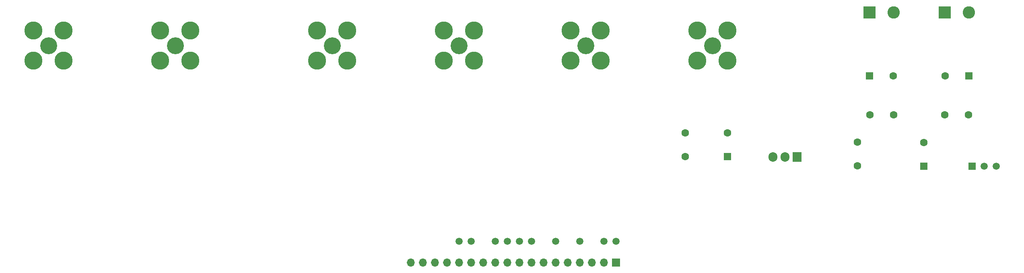
<source format=gbr>
%TF.GenerationSoftware,KiCad,Pcbnew,(5.0.1)-4*%
%TF.CreationDate,2021-03-16T16:24:39+01:00*%
%TF.ProjectId,carte_alim_signauxv2,63617274655F616C696D5F7369676E61,rev?*%
%TF.SameCoordinates,Original*%
%TF.FileFunction,Copper,L1,Top,Signal*%
%TF.FilePolarity,Positive*%
%FSLAX46Y46*%
G04 Gerber Fmt 4.6, Leading zero omitted, Abs format (unit mm)*
G04 Created by KiCad (PCBNEW (5.0.1)-4) date 16/03/2021 16:24:39*
%MOMM*%
%LPD*%
G01*
G04 APERTURE LIST*
%TA.AperFunction,ComponentPad*%
%ADD10R,1.700000X1.700000*%
%TD*%
%TA.AperFunction,ComponentPad*%
%ADD11O,1.700000X1.700000*%
%TD*%
%TA.AperFunction,ComponentPad*%
%ADD12C,1.600000*%
%TD*%
%TA.AperFunction,ComponentPad*%
%ADD13R,1.600000X1.600000*%
%TD*%
%TA.AperFunction,ComponentPad*%
%ADD14C,3.810000*%
%TD*%
%TA.AperFunction,ComponentPad*%
%ADD15C,3.556000*%
%TD*%
%TA.AperFunction,ComponentPad*%
%ADD16C,2.600000*%
%TD*%
%TA.AperFunction,ComponentPad*%
%ADD17R,2.600000X2.600000*%
%TD*%
%TA.AperFunction,ComponentPad*%
%ADD18R,1.905000X2.000000*%
%TD*%
%TA.AperFunction,ComponentPad*%
%ADD19O,1.905000X2.000000*%
%TD*%
%TA.AperFunction,ComponentPad*%
%ADD20C,1.500000*%
%TD*%
%TA.AperFunction,ComponentPad*%
%ADD21R,1.500000X1.500000*%
%TD*%
%TA.AperFunction,ViaPad*%
%ADD22C,1.500000*%
%TD*%
G04 APERTURE END LIST*
D10*
%TO.P,J9,1*%
%TO.N,3.3V*%
X187960000Y-106045000D03*
D11*
%TO.P,J9,2*%
%TO.N,5V*%
X185420000Y-106045000D03*
%TO.P,J9,3*%
%TO.N,GND*%
X182880000Y-106045000D03*
%TO.P,J9,4*%
%TO.N,+15V*%
X180340000Y-106045000D03*
%TO.P,J9,5*%
%TO.N,GND*%
X177800000Y-106045000D03*
%TO.P,J9,6*%
%TO.N,-15V*%
X175260000Y-106045000D03*
%TO.P,J9,7*%
%TO.N,GND*%
X172720000Y-106045000D03*
%TO.P,J9,8*%
%TO.N,OUT4*%
X170180000Y-106045000D03*
%TO.P,J9,9*%
%TO.N,OUT3*%
X167640000Y-106045000D03*
%TO.P,J9,10*%
%TO.N,OUT2*%
X165100000Y-106045000D03*
%TO.P,J9,11*%
%TO.N,OUT1*%
X162560000Y-106045000D03*
%TO.P,J9,12*%
%TO.N,GND*%
X160020000Y-106045000D03*
%TO.P,J9,13*%
%TO.N,IN2*%
X157480000Y-106045000D03*
%TO.P,J9,14*%
%TO.N,IN1*%
X154940000Y-106045000D03*
%TO.P,J9,15*%
%TO.N,GND*%
X152400000Y-106045000D03*
%TO.P,J9,16*%
%TO.N,SEL1*%
X149860000Y-106045000D03*
%TO.P,J9,17*%
%TO.N,SEL2*%
X147320000Y-106045000D03*
%TO.P,J9,18*%
%TO.N,SEL3*%
X144780000Y-106045000D03*
%TD*%
D12*
%TO.P,C1,1*%
%TO.N,+15V*%
X262175000Y-74930000D03*
%TO.P,C1,2*%
%TO.N,GND*%
X257175000Y-74930000D03*
%TD*%
%TO.P,C2,2*%
%TO.N,-15V*%
X246380000Y-74930000D03*
%TO.P,C2,1*%
%TO.N,GND*%
X241380000Y-74930000D03*
%TD*%
%TO.P,C3,2*%
%TO.N,GND*%
X257255000Y-66675000D03*
D13*
%TO.P,C3,1*%
%TO.N,+15V*%
X262255000Y-66675000D03*
%TD*%
D12*
%TO.P,C4,2*%
%TO.N,-15V*%
X246300000Y-66675000D03*
D13*
%TO.P,C4,1*%
%TO.N,GND*%
X241300000Y-66675000D03*
%TD*%
%TO.P,C5,1*%
%TO.N,5V*%
X211455000Y-83740000D03*
D12*
%TO.P,C5,2*%
%TO.N,GND*%
X211455000Y-78740000D03*
%TD*%
D13*
%TO.P,C6,1*%
%TO.N,3.3V*%
X252730000Y-85725000D03*
D12*
%TO.P,C6,2*%
%TO.N,GND*%
X252730000Y-80725000D03*
%TD*%
%TO.P,C7,2*%
%TO.N,GND*%
X202565000Y-78740000D03*
%TO.P,C7,1*%
%TO.N,5V*%
X202565000Y-83740000D03*
%TD*%
%TO.P,C8,1*%
%TO.N,3.3V*%
X238760000Y-85645000D03*
%TO.P,C8,2*%
%TO.N,GND*%
X238760000Y-80645000D03*
%TD*%
D14*
%TO.P,J1,2*%
%TO.N,GND*%
X71755000Y-63500000D03*
X65405000Y-63500000D03*
X71755000Y-57150000D03*
D15*
%TO.P,J1,1*%
%TO.N,IN1*%
X68580000Y-60325000D03*
D14*
%TO.P,J1,2*%
%TO.N,GND*%
X65405000Y-57150000D03*
%TD*%
%TO.P,J2,2*%
%TO.N,GND*%
X92075000Y-57150000D03*
D15*
%TO.P,J2,1*%
%TO.N,IN2*%
X95250000Y-60325000D03*
D14*
%TO.P,J2,2*%
%TO.N,GND*%
X98425000Y-57150000D03*
X92075000Y-63500000D03*
X98425000Y-63500000D03*
%TD*%
%TO.P,J3,2*%
%TO.N,GND*%
X131445000Y-63500000D03*
X125095000Y-63500000D03*
X131445000Y-57150000D03*
D15*
%TO.P,J3,1*%
%TO.N,OUT1*%
X128270000Y-60325000D03*
D14*
%TO.P,J3,2*%
%TO.N,GND*%
X125095000Y-57150000D03*
%TD*%
%TO.P,J4,2*%
%TO.N,GND*%
X151765000Y-57150000D03*
D15*
%TO.P,J4,1*%
%TO.N,OUT2*%
X154940000Y-60325000D03*
D14*
%TO.P,J4,2*%
%TO.N,GND*%
X158115000Y-57150000D03*
X151765000Y-63500000D03*
X158115000Y-63500000D03*
%TD*%
%TO.P,J5,2*%
%TO.N,GND*%
X184785000Y-63500000D03*
X178435000Y-63500000D03*
X184785000Y-57150000D03*
D15*
%TO.P,J5,1*%
%TO.N,OUT3*%
X181610000Y-60325000D03*
D14*
%TO.P,J5,2*%
%TO.N,GND*%
X178435000Y-57150000D03*
%TD*%
%TO.P,J6,2*%
%TO.N,GND*%
X205105000Y-57150000D03*
D15*
%TO.P,J6,1*%
%TO.N,OUT4*%
X208280000Y-60325000D03*
D14*
%TO.P,J6,2*%
%TO.N,GND*%
X211455000Y-57150000D03*
X205105000Y-63500000D03*
X211455000Y-63500000D03*
%TD*%
D16*
%TO.P,J7,2*%
%TO.N,+15V*%
X262255000Y-53340000D03*
D17*
%TO.P,J7,1*%
%TO.N,GND*%
X257175000Y-53340000D03*
%TD*%
%TO.P,J8,1*%
%TO.N,GND*%
X241300000Y-53340000D03*
D16*
%TO.P,J8,2*%
%TO.N,-15V*%
X246380000Y-53340000D03*
%TD*%
D18*
%TO.P,U1,1*%
%TO.N,+15V*%
X226060000Y-83820000D03*
D19*
%TO.P,U1,2*%
%TO.N,GND*%
X223520000Y-83820000D03*
%TO.P,U1,3*%
%TO.N,5V*%
X220980000Y-83820000D03*
%TD*%
D20*
%TO.P,U2,2*%
%TO.N,GND*%
X265430000Y-85725000D03*
%TO.P,U2,3*%
%TO.N,+15V*%
X267970000Y-85725000D03*
D21*
%TO.P,U2,1*%
%TO.N,3.3V*%
X262890000Y-85725000D03*
%TD*%
D22*
%TO.N,+15V*%
X180340000Y-101600000D03*
%TO.N,5V*%
X185420000Y-101600000D03*
%TO.N,3.3V*%
X187960000Y-101600000D03*
%TO.N,IN1*%
X154940000Y-101600000D03*
%TO.N,IN2*%
X157480000Y-101600000D03*
%TO.N,OUT1*%
X162560000Y-101600000D03*
%TO.N,OUT2*%
X165100000Y-101600000D03*
%TO.N,OUT3*%
X167640000Y-101600000D03*
%TO.N,OUT4*%
X170180000Y-101600000D03*
%TO.N,-15V*%
X175260000Y-101600000D03*
%TD*%
M02*

</source>
